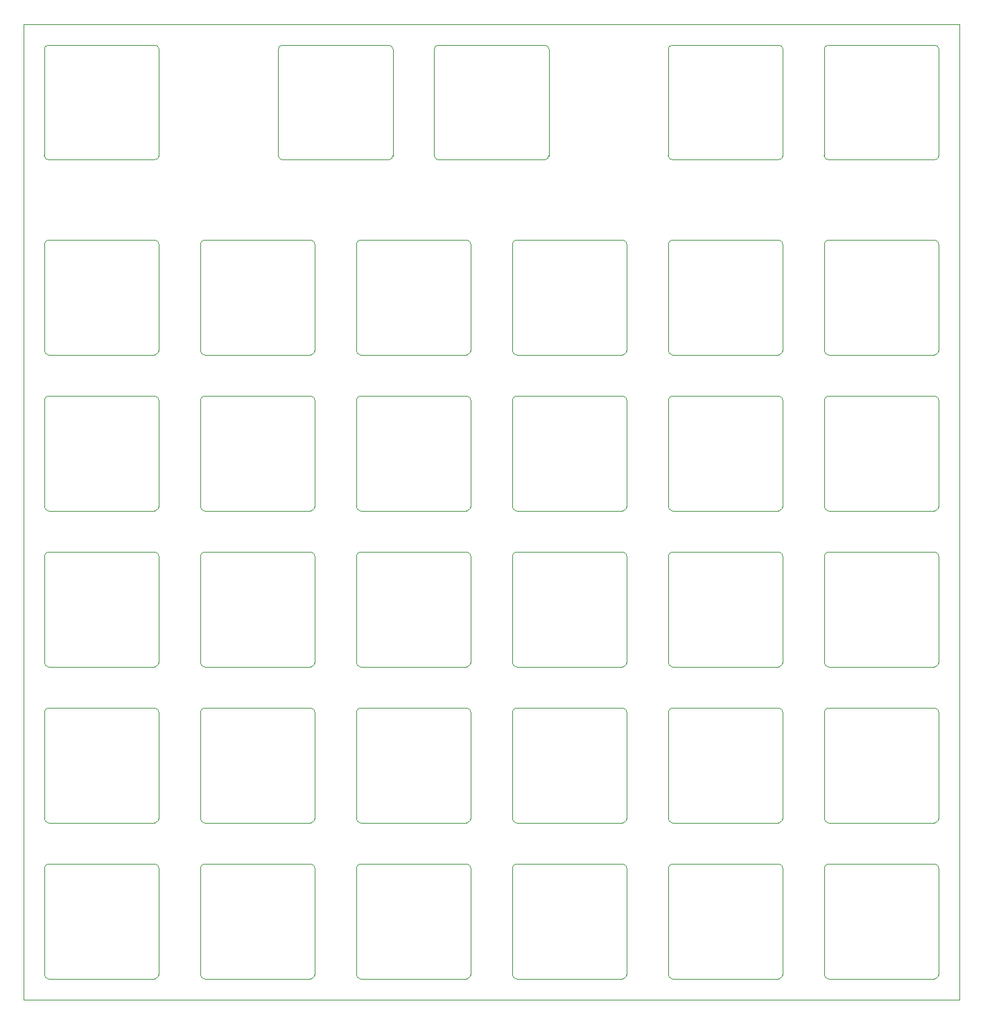
<source format=gm1>
G04 #@! TF.GenerationSoftware,KiCad,Pcbnew,8.0.5*
G04 #@! TF.CreationDate,2024-10-08T22:33:10+02:00*
G04 #@! TF.ProjectId,plate,706c6174-652e-46b6-9963-61645f706362,rev?*
G04 #@! TF.SameCoordinates,Original*
G04 #@! TF.FileFunction,Profile,NP*
%FSLAX46Y46*%
G04 Gerber Fmt 4.6, Leading zero omitted, Abs format (unit mm)*
G04 Created by KiCad (PCBNEW 8.0.5) date 2024-10-08 22:33:10*
%MOMM*%
%LPD*%
G01*
G04 APERTURE LIST*
G04 #@! TA.AperFunction,Profile*
%ADD10C,0.050000*%
G04 #@! TD*
G04 APERTURE END LIST*
D10*
X23812500Y-23812500D02*
X138112500Y-23812500D01*
X138112500Y-142875000D01*
X23812500Y-142875000D01*
X23812500Y-23812500D01*
X45387500Y-88750000D02*
X45387500Y-101750000D01*
X45887500Y-102250000D02*
X58887500Y-102250000D01*
X58887500Y-88250000D02*
X45887500Y-88250000D01*
X59387500Y-101750000D02*
X59387500Y-88750000D01*
X45387500Y-88750000D02*
G75*
G02*
X45887500Y-88250000I500001J-1D01*
G01*
X45890264Y-102248884D02*
G75*
G02*
X45390264Y-101748884I1J500001D01*
G01*
X58887500Y-88250000D02*
G75*
G02*
X59387500Y-88750000I0J-500000D01*
G01*
X59387500Y-101750000D02*
G75*
G02*
X58887500Y-102250000I-500000J0D01*
G01*
X121587500Y-107800000D02*
X121587500Y-120800000D01*
X122087500Y-121300000D02*
X135087500Y-121300000D01*
X135087500Y-107300000D02*
X122087500Y-107300000D01*
X135587500Y-120800000D02*
X135587500Y-107800000D01*
X121587500Y-107800000D02*
G75*
G02*
X122087500Y-107300000I500001J-1D01*
G01*
X122090264Y-121298884D02*
G75*
G02*
X121590264Y-120798884I1J500001D01*
G01*
X135087500Y-107300000D02*
G75*
G02*
X135587500Y-107800000I0J-500000D01*
G01*
X135587500Y-120800000D02*
G75*
G02*
X135087500Y-121300000I-500000J0D01*
G01*
X64437500Y-50650000D02*
X64437500Y-63650000D01*
X64937500Y-64150000D02*
X77937500Y-64150000D01*
X77937500Y-50150000D02*
X64937500Y-50150000D01*
X78437500Y-63650000D02*
X78437500Y-50650000D01*
X64437500Y-50650000D02*
G75*
G02*
X64937500Y-50150000I500001J-1D01*
G01*
X64940264Y-64148884D02*
G75*
G02*
X64440264Y-63648884I1J500001D01*
G01*
X77937500Y-50150000D02*
G75*
G02*
X78437500Y-50650000I0J-500000D01*
G01*
X78437500Y-63650000D02*
G75*
G02*
X77937500Y-64150000I-500000J0D01*
G01*
X64437500Y-88750000D02*
X64437500Y-101750000D01*
X64937500Y-102250000D02*
X77937500Y-102250000D01*
X77937500Y-88250000D02*
X64937500Y-88250000D01*
X78437500Y-101750000D02*
X78437500Y-88750000D01*
X64437500Y-88750000D02*
G75*
G02*
X64937500Y-88250000I500001J-1D01*
G01*
X64940264Y-102248884D02*
G75*
G02*
X64440264Y-101748884I1J500001D01*
G01*
X77937500Y-88250000D02*
G75*
G02*
X78437500Y-88750000I0J-500000D01*
G01*
X78437500Y-101750000D02*
G75*
G02*
X77937500Y-102250000I-500000J0D01*
G01*
X45387500Y-69700000D02*
X45387500Y-82700000D01*
X45887500Y-83200000D02*
X58887500Y-83200000D01*
X58887500Y-69200000D02*
X45887500Y-69200000D01*
X59387500Y-82700000D02*
X59387500Y-69700000D01*
X45387500Y-69700000D02*
G75*
G02*
X45887500Y-69200000I500001J-1D01*
G01*
X45890264Y-83198884D02*
G75*
G02*
X45390264Y-82698884I1J500001D01*
G01*
X58887500Y-69200000D02*
G75*
G02*
X59387500Y-69700000I0J-500000D01*
G01*
X59387500Y-82700000D02*
G75*
G02*
X58887500Y-83200000I-500000J0D01*
G01*
X26337500Y-88750000D02*
X26337500Y-101750000D01*
X26837500Y-102250000D02*
X39837500Y-102250000D01*
X39837500Y-88250000D02*
X26837500Y-88250000D01*
X40337500Y-101750000D02*
X40337500Y-88750000D01*
X26337500Y-88750000D02*
G75*
G02*
X26837500Y-88250000I500001J-1D01*
G01*
X26840264Y-102248884D02*
G75*
G02*
X26340264Y-101748884I1J500001D01*
G01*
X39837500Y-88250000D02*
G75*
G02*
X40337500Y-88750000I0J-500000D01*
G01*
X40337500Y-101750000D02*
G75*
G02*
X39837500Y-102250000I-500000J0D01*
G01*
X102537500Y-26837500D02*
X102537500Y-39837500D01*
X103037500Y-40337500D02*
X116037500Y-40337500D01*
X116037500Y-26337500D02*
X103037500Y-26337500D01*
X116537500Y-39837500D02*
X116537500Y-26837500D01*
X102537500Y-26837500D02*
G75*
G02*
X103037500Y-26337500I500001J-1D01*
G01*
X103040264Y-40336384D02*
G75*
G02*
X102540264Y-39836384I1J500001D01*
G01*
X116037500Y-26337500D02*
G75*
G02*
X116537500Y-26837500I0J-500000D01*
G01*
X116537500Y-39837500D02*
G75*
G02*
X116037500Y-40337500I-500000J0D01*
G01*
X102537500Y-126850000D02*
X102537500Y-139850000D01*
X103037500Y-140350000D02*
X116037500Y-140350000D01*
X116037500Y-126350000D02*
X103037500Y-126350000D01*
X116537500Y-139850000D02*
X116537500Y-126850000D01*
X102537500Y-126850000D02*
G75*
G02*
X103037500Y-126350000I500001J-1D01*
G01*
X103040264Y-140348884D02*
G75*
G02*
X102540264Y-139848884I1J500001D01*
G01*
X116037500Y-126350000D02*
G75*
G02*
X116537500Y-126850000I0J-500000D01*
G01*
X116537500Y-139850000D02*
G75*
G02*
X116037500Y-140350000I-500000J0D01*
G01*
X102537500Y-88750000D02*
X102537500Y-101750000D01*
X103037500Y-102250000D02*
X116037500Y-102250000D01*
X116037500Y-88250000D02*
X103037500Y-88250000D01*
X116537500Y-101750000D02*
X116537500Y-88750000D01*
X102537500Y-88750000D02*
G75*
G02*
X103037500Y-88250000I500001J-1D01*
G01*
X103040264Y-102248884D02*
G75*
G02*
X102540264Y-101748884I1J500001D01*
G01*
X116037500Y-88250000D02*
G75*
G02*
X116537500Y-88750000I0J-500000D01*
G01*
X116537500Y-101750000D02*
G75*
G02*
X116037500Y-102250000I-500000J0D01*
G01*
X83487500Y-69700000D02*
X83487500Y-82700000D01*
X83987500Y-83200000D02*
X96987500Y-83200000D01*
X96987500Y-69200000D02*
X83987500Y-69200000D01*
X97487500Y-82700000D02*
X97487500Y-69700000D01*
X83487500Y-69700000D02*
G75*
G02*
X83987500Y-69200000I500001J-1D01*
G01*
X83990264Y-83198884D02*
G75*
G02*
X83490264Y-82698884I1J500001D01*
G01*
X96987500Y-69200000D02*
G75*
G02*
X97487500Y-69700000I0J-500000D01*
G01*
X97487500Y-82700000D02*
G75*
G02*
X96987500Y-83200000I-500000J0D01*
G01*
X121587500Y-88750000D02*
X121587500Y-101750000D01*
X122087500Y-102250000D02*
X135087500Y-102250000D01*
X135087500Y-88250000D02*
X122087500Y-88250000D01*
X135587500Y-101750000D02*
X135587500Y-88750000D01*
X121587500Y-88750000D02*
G75*
G02*
X122087500Y-88250000I500001J-1D01*
G01*
X122090264Y-102248884D02*
G75*
G02*
X121590264Y-101748884I1J500001D01*
G01*
X135087500Y-88250000D02*
G75*
G02*
X135587500Y-88750000I0J-500000D01*
G01*
X135587500Y-101750000D02*
G75*
G02*
X135087500Y-102250000I-500000J0D01*
G01*
X26337500Y-26837500D02*
X26337500Y-39837500D01*
X26837500Y-40337500D02*
X39837500Y-40337500D01*
X39837500Y-26337500D02*
X26837500Y-26337500D01*
X40337500Y-39837500D02*
X40337500Y-26837500D01*
X26337500Y-26837500D02*
G75*
G02*
X26837500Y-26337500I500001J-1D01*
G01*
X26840264Y-40336384D02*
G75*
G02*
X26340264Y-39836384I1J500001D01*
G01*
X39837500Y-26337500D02*
G75*
G02*
X40337500Y-26837500I0J-500000D01*
G01*
X40337500Y-39837500D02*
G75*
G02*
X39837500Y-40337500I-500000J0D01*
G01*
X26337500Y-69700000D02*
X26337500Y-82700000D01*
X26837500Y-83200000D02*
X39837500Y-83200000D01*
X39837500Y-69200000D02*
X26837500Y-69200000D01*
X40337500Y-82700000D02*
X40337500Y-69700000D01*
X26337500Y-69700000D02*
G75*
G02*
X26837500Y-69200000I500001J-1D01*
G01*
X26840264Y-83198884D02*
G75*
G02*
X26340264Y-82698884I1J500001D01*
G01*
X39837500Y-69200000D02*
G75*
G02*
X40337500Y-69700000I0J-500000D01*
G01*
X40337500Y-82700000D02*
G75*
G02*
X39837500Y-83200000I-500000J0D01*
G01*
X121587500Y-69700000D02*
X121587500Y-82700000D01*
X122087500Y-83200000D02*
X135087500Y-83200000D01*
X135087500Y-69200000D02*
X122087500Y-69200000D01*
X135587500Y-82700000D02*
X135587500Y-69700000D01*
X121587500Y-69700000D02*
G75*
G02*
X122087500Y-69200000I500001J-1D01*
G01*
X122090264Y-83198884D02*
G75*
G02*
X121590264Y-82698884I1J500001D01*
G01*
X135087500Y-69200000D02*
G75*
G02*
X135587500Y-69700000I0J-500000D01*
G01*
X135587500Y-82700000D02*
G75*
G02*
X135087500Y-83200000I-500000J0D01*
G01*
X121587500Y-126850000D02*
X121587500Y-139850000D01*
X122087500Y-140350000D02*
X135087500Y-140350000D01*
X135087500Y-126350000D02*
X122087500Y-126350000D01*
X135587500Y-139850000D02*
X135587500Y-126850000D01*
X121587500Y-126850000D02*
G75*
G02*
X122087500Y-126350000I500001J-1D01*
G01*
X122090264Y-140348884D02*
G75*
G02*
X121590264Y-139848884I1J500001D01*
G01*
X135087500Y-126350000D02*
G75*
G02*
X135587500Y-126850000I0J-500000D01*
G01*
X135587500Y-139850000D02*
G75*
G02*
X135087500Y-140350000I-500000J0D01*
G01*
X45387500Y-50650000D02*
X45387500Y-63650000D01*
X45887500Y-64150000D02*
X58887500Y-64150000D01*
X58887500Y-50150000D02*
X45887500Y-50150000D01*
X59387500Y-63650000D02*
X59387500Y-50650000D01*
X45387500Y-50650000D02*
G75*
G02*
X45887500Y-50150000I500001J-1D01*
G01*
X45890264Y-64148884D02*
G75*
G02*
X45390264Y-63648884I1J500001D01*
G01*
X58887500Y-50150000D02*
G75*
G02*
X59387500Y-50650000I0J-500000D01*
G01*
X59387500Y-63650000D02*
G75*
G02*
X58887500Y-64150000I-500000J0D01*
G01*
X45387500Y-126850000D02*
X45387500Y-139850000D01*
X45887500Y-140350000D02*
X58887500Y-140350000D01*
X58887500Y-126350000D02*
X45887500Y-126350000D01*
X59387500Y-139850000D02*
X59387500Y-126850000D01*
X45387500Y-126850000D02*
G75*
G02*
X45887500Y-126350000I500001J-1D01*
G01*
X45890264Y-140348884D02*
G75*
G02*
X45390264Y-139848884I1J500001D01*
G01*
X58887500Y-126350000D02*
G75*
G02*
X59387500Y-126850000I0J-500000D01*
G01*
X59387500Y-139850000D02*
G75*
G02*
X58887500Y-140350000I-500000J0D01*
G01*
X26337500Y-126850000D02*
X26337500Y-139850000D01*
X26837500Y-140350000D02*
X39837500Y-140350000D01*
X39837500Y-126350000D02*
X26837500Y-126350000D01*
X40337500Y-139850000D02*
X40337500Y-126850000D01*
X26337500Y-126850000D02*
G75*
G02*
X26837500Y-126350000I500001J-1D01*
G01*
X26840264Y-140348884D02*
G75*
G02*
X26340264Y-139848884I1J500001D01*
G01*
X39837500Y-126350000D02*
G75*
G02*
X40337500Y-126850000I0J-500000D01*
G01*
X40337500Y-139850000D02*
G75*
G02*
X39837500Y-140350000I-500000J0D01*
G01*
X121587500Y-26837500D02*
X121587500Y-39837500D01*
X122087500Y-40337500D02*
X135087500Y-40337500D01*
X135087500Y-26337500D02*
X122087500Y-26337500D01*
X135587500Y-39837500D02*
X135587500Y-26837500D01*
X121587500Y-26837500D02*
G75*
G02*
X122087500Y-26337500I500001J-1D01*
G01*
X122090264Y-40336384D02*
G75*
G02*
X121590264Y-39836384I1J500001D01*
G01*
X135087500Y-26337500D02*
G75*
G02*
X135587500Y-26837500I0J-500000D01*
G01*
X135587500Y-39837500D02*
G75*
G02*
X135087500Y-40337500I-500000J0D01*
G01*
X83487500Y-50650000D02*
X83487500Y-63650000D01*
X83987500Y-64150000D02*
X96987500Y-64150000D01*
X96987500Y-50150000D02*
X83987500Y-50150000D01*
X97487500Y-63650000D02*
X97487500Y-50650000D01*
X83487500Y-50650000D02*
G75*
G02*
X83987500Y-50150000I500001J-1D01*
G01*
X83990264Y-64148884D02*
G75*
G02*
X83490264Y-63648884I1J500001D01*
G01*
X96987500Y-50150000D02*
G75*
G02*
X97487500Y-50650000I0J-500000D01*
G01*
X97487500Y-63650000D02*
G75*
G02*
X96987500Y-64150000I-500000J0D01*
G01*
X54912500Y-26837500D02*
X54912500Y-39837500D01*
X55412500Y-40337500D02*
X68412500Y-40337500D01*
X68412500Y-26337500D02*
X55412500Y-26337500D01*
X68912500Y-39837500D02*
X68912500Y-26837500D01*
X54912500Y-26837500D02*
G75*
G02*
X55412500Y-26337500I500001J-1D01*
G01*
X55415264Y-40336384D02*
G75*
G02*
X54915264Y-39836384I1J500001D01*
G01*
X68412500Y-26337500D02*
G75*
G02*
X68912500Y-26837500I0J-500000D01*
G01*
X68912500Y-39837500D02*
G75*
G02*
X68412500Y-40337500I-500000J0D01*
G01*
X102537500Y-50650000D02*
X102537500Y-63650000D01*
X103037500Y-64150000D02*
X116037500Y-64150000D01*
X116037500Y-50150000D02*
X103037500Y-50150000D01*
X116537500Y-63650000D02*
X116537500Y-50650000D01*
X102537500Y-50650000D02*
G75*
G02*
X103037500Y-50150000I500001J-1D01*
G01*
X103040264Y-64148884D02*
G75*
G02*
X102540264Y-63648884I1J500001D01*
G01*
X116037500Y-50150000D02*
G75*
G02*
X116537500Y-50650000I0J-500000D01*
G01*
X116537500Y-63650000D02*
G75*
G02*
X116037500Y-64150000I-500000J0D01*
G01*
X121587500Y-50650000D02*
X121587500Y-63650000D01*
X122087500Y-64150000D02*
X135087500Y-64150000D01*
X135087500Y-50150000D02*
X122087500Y-50150000D01*
X135587500Y-63650000D02*
X135587500Y-50650000D01*
X121587500Y-50650000D02*
G75*
G02*
X122087500Y-50150000I500001J-1D01*
G01*
X122090264Y-64148884D02*
G75*
G02*
X121590264Y-63648884I1J500001D01*
G01*
X135087500Y-50150000D02*
G75*
G02*
X135587500Y-50650000I0J-500000D01*
G01*
X135587500Y-63650000D02*
G75*
G02*
X135087500Y-64150000I-500000J0D01*
G01*
X26337500Y-107800000D02*
X26337500Y-120800000D01*
X26837500Y-121300000D02*
X39837500Y-121300000D01*
X39837500Y-107300000D02*
X26837500Y-107300000D01*
X40337500Y-120800000D02*
X40337500Y-107800000D01*
X26337500Y-107800000D02*
G75*
G02*
X26837500Y-107300000I500001J-1D01*
G01*
X26840264Y-121298884D02*
G75*
G02*
X26340264Y-120798884I1J500001D01*
G01*
X39837500Y-107300000D02*
G75*
G02*
X40337500Y-107800000I0J-500000D01*
G01*
X40337500Y-120800000D02*
G75*
G02*
X39837500Y-121300000I-500000J0D01*
G01*
X83487500Y-88750000D02*
X83487500Y-101750000D01*
X83987500Y-102250000D02*
X96987500Y-102250000D01*
X96987500Y-88250000D02*
X83987500Y-88250000D01*
X97487500Y-101750000D02*
X97487500Y-88750000D01*
X83487500Y-88750000D02*
G75*
G02*
X83987500Y-88250000I500001J-1D01*
G01*
X83990264Y-102248884D02*
G75*
G02*
X83490264Y-101748884I1J500001D01*
G01*
X96987500Y-88250000D02*
G75*
G02*
X97487500Y-88750000I0J-500000D01*
G01*
X97487500Y-101750000D02*
G75*
G02*
X96987500Y-102250000I-500000J0D01*
G01*
X102537500Y-107800000D02*
X102537500Y-120800000D01*
X103037500Y-121300000D02*
X116037500Y-121300000D01*
X116037500Y-107300000D02*
X103037500Y-107300000D01*
X116537500Y-120800000D02*
X116537500Y-107800000D01*
X102537500Y-107800000D02*
G75*
G02*
X103037500Y-107300000I500001J-1D01*
G01*
X103040264Y-121298884D02*
G75*
G02*
X102540264Y-120798884I1J500001D01*
G01*
X116037500Y-107300000D02*
G75*
G02*
X116537500Y-107800000I0J-500000D01*
G01*
X116537500Y-120800000D02*
G75*
G02*
X116037500Y-121300000I-500000J0D01*
G01*
X73962500Y-26837500D02*
X73962500Y-39837500D01*
X74462500Y-40337500D02*
X87462500Y-40337500D01*
X87462500Y-26337500D02*
X74462500Y-26337500D01*
X87962500Y-39837500D02*
X87962500Y-26837500D01*
X73962500Y-26837500D02*
G75*
G02*
X74462500Y-26337500I500001J-1D01*
G01*
X74465264Y-40336384D02*
G75*
G02*
X73965264Y-39836384I1J500001D01*
G01*
X87462500Y-26337500D02*
G75*
G02*
X87962500Y-26837500I0J-500000D01*
G01*
X87962500Y-39837500D02*
G75*
G02*
X87462500Y-40337500I-500000J0D01*
G01*
X45387500Y-107800000D02*
X45387500Y-120800000D01*
X45887500Y-121300000D02*
X58887500Y-121300000D01*
X58887500Y-107300000D02*
X45887500Y-107300000D01*
X59387500Y-120800000D02*
X59387500Y-107800000D01*
X45387500Y-107800000D02*
G75*
G02*
X45887500Y-107300000I500001J-1D01*
G01*
X45890264Y-121298884D02*
G75*
G02*
X45390264Y-120798884I1J500001D01*
G01*
X58887500Y-107300000D02*
G75*
G02*
X59387500Y-107800000I0J-500000D01*
G01*
X59387500Y-120800000D02*
G75*
G02*
X58887500Y-121300000I-500000J0D01*
G01*
X102537500Y-69700000D02*
X102537500Y-82700000D01*
X103037500Y-83200000D02*
X116037500Y-83200000D01*
X116037500Y-69200000D02*
X103037500Y-69200000D01*
X116537500Y-82700000D02*
X116537500Y-69700000D01*
X102537500Y-69700000D02*
G75*
G02*
X103037500Y-69200000I500001J-1D01*
G01*
X103040264Y-83198884D02*
G75*
G02*
X102540264Y-82698884I1J500001D01*
G01*
X116037500Y-69200000D02*
G75*
G02*
X116537500Y-69700000I0J-500000D01*
G01*
X116537500Y-82700000D02*
G75*
G02*
X116037500Y-83200000I-500000J0D01*
G01*
X26337500Y-50650000D02*
X26337500Y-63650000D01*
X26837500Y-64150000D02*
X39837500Y-64150000D01*
X39837500Y-50150000D02*
X26837500Y-50150000D01*
X40337500Y-63650000D02*
X40337500Y-50650000D01*
X26337500Y-50650000D02*
G75*
G02*
X26837500Y-50150000I500001J-1D01*
G01*
X26840264Y-64148884D02*
G75*
G02*
X26340264Y-63648884I1J500001D01*
G01*
X39837500Y-50150000D02*
G75*
G02*
X40337500Y-50650000I0J-500000D01*
G01*
X40337500Y-63650000D02*
G75*
G02*
X39837500Y-64150000I-500000J0D01*
G01*
X83487500Y-107800000D02*
X83487500Y-120800000D01*
X83987500Y-121300000D02*
X96987500Y-121300000D01*
X96987500Y-107300000D02*
X83987500Y-107300000D01*
X97487500Y-120800000D02*
X97487500Y-107800000D01*
X83487500Y-107800000D02*
G75*
G02*
X83987500Y-107300000I500001J-1D01*
G01*
X83990264Y-121298884D02*
G75*
G02*
X83490264Y-120798884I1J500001D01*
G01*
X96987500Y-107300000D02*
G75*
G02*
X97487500Y-107800000I0J-500000D01*
G01*
X97487500Y-120800000D02*
G75*
G02*
X96987500Y-121300000I-500000J0D01*
G01*
X64437500Y-69700000D02*
X64437500Y-82700000D01*
X64937500Y-83200000D02*
X77937500Y-83200000D01*
X77937500Y-69200000D02*
X64937500Y-69200000D01*
X78437500Y-82700000D02*
X78437500Y-69700000D01*
X64437500Y-69700000D02*
G75*
G02*
X64937500Y-69200000I500001J-1D01*
G01*
X64940264Y-83198884D02*
G75*
G02*
X64440264Y-82698884I1J500001D01*
G01*
X77937500Y-69200000D02*
G75*
G02*
X78437500Y-69700000I0J-500000D01*
G01*
X78437500Y-82700000D02*
G75*
G02*
X77937500Y-83200000I-500000J0D01*
G01*
X64437500Y-126850000D02*
X64437500Y-139850000D01*
X64937500Y-140350000D02*
X77937500Y-140350000D01*
X77937500Y-126350000D02*
X64937500Y-126350000D01*
X78437500Y-139850000D02*
X78437500Y-126850000D01*
X64437500Y-126850000D02*
G75*
G02*
X64937500Y-126350000I500001J-1D01*
G01*
X64940264Y-140348884D02*
G75*
G02*
X64440264Y-139848884I1J500001D01*
G01*
X77937500Y-126350000D02*
G75*
G02*
X78437500Y-126850000I0J-500000D01*
G01*
X78437500Y-139850000D02*
G75*
G02*
X77937500Y-140350000I-500000J0D01*
G01*
X83487500Y-126850000D02*
X83487500Y-139850000D01*
X83987500Y-140350000D02*
X96987500Y-140350000D01*
X96987500Y-126350000D02*
X83987500Y-126350000D01*
X97487500Y-139850000D02*
X97487500Y-126850000D01*
X83487500Y-126850000D02*
G75*
G02*
X83987500Y-126350000I500001J-1D01*
G01*
X83990264Y-140348884D02*
G75*
G02*
X83490264Y-139848884I1J500001D01*
G01*
X96987500Y-126350000D02*
G75*
G02*
X97487500Y-126850000I0J-500000D01*
G01*
X97487500Y-139850000D02*
G75*
G02*
X96987500Y-140350000I-500000J0D01*
G01*
X64437500Y-107800000D02*
X64437500Y-120800000D01*
X64937500Y-121300000D02*
X77937500Y-121300000D01*
X77937500Y-107300000D02*
X64937500Y-107300000D01*
X78437500Y-120800000D02*
X78437500Y-107800000D01*
X64437500Y-107800000D02*
G75*
G02*
X64937500Y-107300000I500001J-1D01*
G01*
X64940264Y-121298884D02*
G75*
G02*
X64440264Y-120798884I1J500001D01*
G01*
X77937500Y-107300000D02*
G75*
G02*
X78437500Y-107800000I0J-500000D01*
G01*
X78437500Y-120800000D02*
G75*
G02*
X77937500Y-121300000I-500000J0D01*
G01*
M02*

</source>
